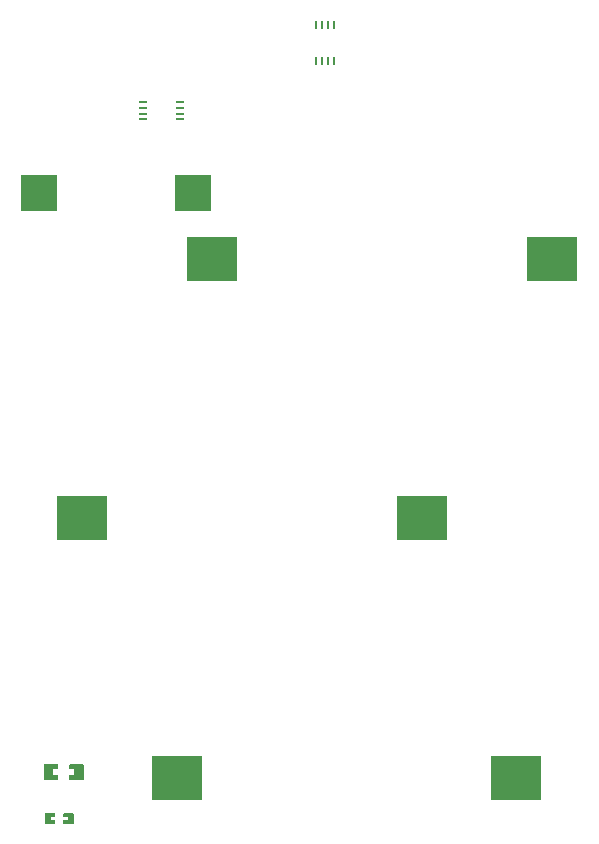
<source format=gbp>
G04 Layer: BottomPasteMaskLayer*
G04 EasyEDA v6.5.42, 2024-05-28 01:04:16*
G04 864da046108442dba22ddf06c26b1ed7,510c7b70758e4c7f89447156c1b3190b,10*
G04 Gerber Generator version 0.2*
G04 Scale: 100 percent, Rotated: No, Reflected: No *
G04 Dimensions in millimeters *
G04 leading zeros omitted , absolute positions ,4 integer and 5 decimal *
%FSLAX45Y45*%
%MOMM*%

%AMMACRO1*21,1,$1,$2,0,0,$3*%
%ADD10MACRO1,4.2001X3.7998X0.0000*%
%ADD11MACRO1,3X3X90.0000*%
%ADD12O,0.7500112X0.2500122*%
%ADD13O,0.2500122X0.7500112*%

%LPD*%
G36*
X456387Y3421786D02*
G01*
X451408Y3416808D01*
X450900Y3375812D01*
X495909Y3375812D01*
X495909Y3330803D01*
X451916Y3330803D01*
X451408Y3288792D01*
X456387Y3283813D01*
X571398Y3283813D01*
X576427Y3288792D01*
X576427Y3416808D01*
X571398Y3421786D01*
G37*
G36*
X241401Y3421786D02*
G01*
X236423Y3416808D01*
X236423Y3288792D01*
X241401Y3283813D01*
X356412Y3283813D01*
X361391Y3288792D01*
X361391Y3330803D01*
X316890Y3330803D01*
X316890Y3375812D01*
X360883Y3375812D01*
X361391Y3416808D01*
X356412Y3421786D01*
G37*
G36*
X249275Y3004108D02*
G01*
X244297Y2999079D01*
X244297Y2919120D01*
X249275Y2914091D01*
X329285Y2914091D01*
X334314Y2919120D01*
X334314Y2943301D01*
X297281Y2943301D01*
X297281Y2976321D01*
X334314Y2976321D01*
X334314Y2999079D01*
X329285Y3004108D01*
G37*
G36*
X409295Y3004108D02*
G01*
X404317Y2999079D01*
X404317Y2976321D01*
X442315Y2976321D01*
X442315Y2943301D01*
X404317Y2943301D01*
X404317Y2919120D01*
X409295Y2914091D01*
X488289Y2914091D01*
X493318Y2919120D01*
X493318Y2999079D01*
X488289Y3004108D01*
G37*
D10*
G01*
X1661490Y7699984D03*
G01*
X4538497Y7699984D03*
G01*
X561492Y5499988D03*
G01*
X3438499Y5499988D03*
G01*
X1361490Y3299993D03*
G01*
X4238497Y3299993D03*
D11*
G01*
X1500009Y8254987D03*
G01*
X199986Y8254987D03*
D12*
G01*
X1076934Y9028506D03*
G01*
X1076934Y8978493D03*
G01*
X1076934Y8928506D03*
G01*
X1076934Y8878493D03*
G01*
X1386916Y8878493D03*
G01*
X1386916Y8928506D03*
G01*
X1386916Y8978493D03*
G01*
X1386916Y9028506D03*
D13*
G01*
X2691206Y9679965D03*
G01*
X2641193Y9679965D03*
G01*
X2591206Y9679965D03*
G01*
X2541193Y9679965D03*
G01*
X2541193Y9369983D03*
G01*
X2591206Y9369983D03*
G01*
X2641193Y9369983D03*
G01*
X2691206Y9369983D03*
M02*

</source>
